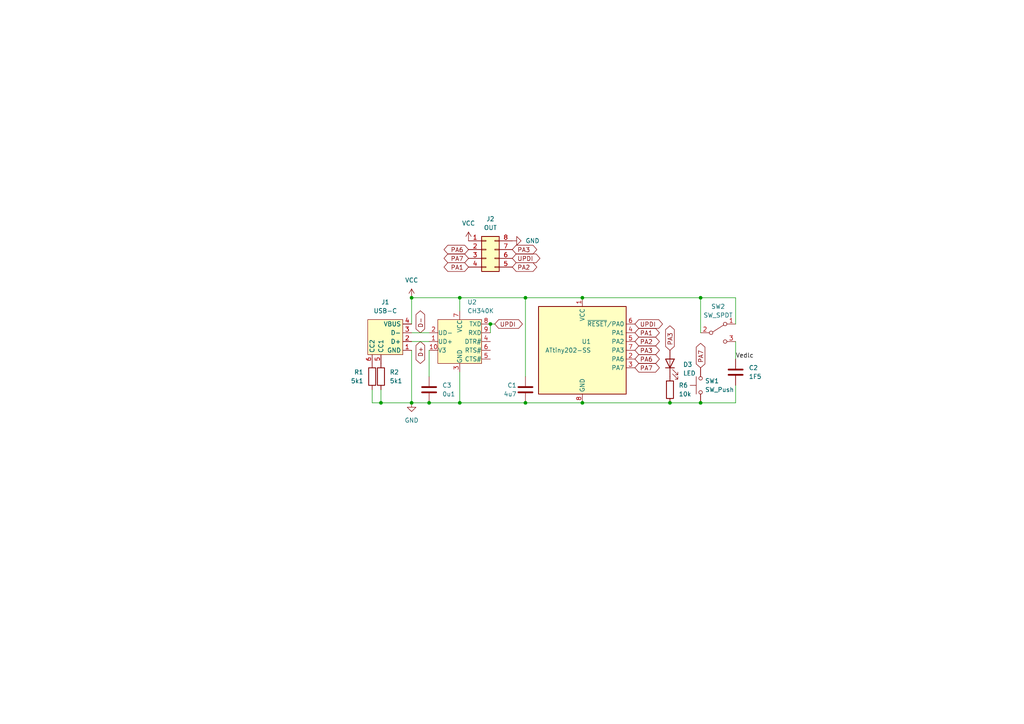
<source format=kicad_sch>
(kicad_sch (version 20230121) (generator eeschema)
  (paper "A4")
  (lib_symbols
    (symbol "Connector_Generic:Conn_02x04_Counter_Clockwise" (pin_names (offset 1.016) hide)
      (property "Reference" "J" (at 1.27 5.08 0))
      (property "Value" "Conn_02x04_Counter_Clockwise" (at 1.27 -7.62 0))
      (symbol "Conn_02x04_Counter_Clockwise_1_1"
        (rectangle (start -1.27 -4.953) (end 0 -5.207) (stroke (width 0.1524)))
        (rectangle (start -1.27 -2.413) (end 0 -2.667) (stroke (width 0.1524)))
        (rectangle (start -1.27 0.127) (end 0 -0.127) (stroke (width 0.1524)))
        (rectangle (start -1.27 2.667) (end 0 2.413) (stroke (width 0.1524)))
        (rectangle (start -1.27 3.81) (end 3.81 -6.35) (stroke (width 0.254)) (fill (type background)))
        (rectangle (start 3.81 -4.953) (end 2.54 -5.207) (stroke (width 0.1524)))
        (rectangle (start 3.81 -2.413) (end 2.54 -2.667) (stroke (width 0.1524)))
        (rectangle (start 3.81 0.127) (end 2.54 -0.127) (stroke (width 0.1524)))
        (rectangle (start 3.81 2.667) (end 2.54 2.413) (stroke (width 0.1524)))
        (pin passive line (at -5.08 2.54 0) (length 3.81) (name "Pin_1") (number "1"))
        (pin passive line (at -5.08 0 0) (length 3.81) (name "Pin_2") (number "2"))
        (pin passive line (at -5.08 -2.54 0) (length 3.81) (name "Pin_3") (number "3"))
        (pin passive line (at -5.08 -5.08 0) (length 3.81) (name "Pin_4") (number "4"))
        (pin passive line (at 7.62 -5.08 180) (length 3.81) (name "Pin_5") (number "5"))
        (pin passive line (at 7.62 -2.54 180) (length 3.81) (name "Pin_6") (number "6"))
        (pin passive line (at 7.62 0 180) (length 3.81) (name "Pin_7") (number "7"))
        (pin passive line (at 7.62 2.54 180) (length 3.81) (name "Pin_8") (number "8"))
      )
    )
    (symbol "Device:C" (pin_numbers hide) (pin_names (offset 0.254))
      (property "Reference" "C" (at 0.635 2.54 0))
      (property "Value" "C" (at 0.635 -2.54 0))
      (symbol "C_0_1"
        (polyline (pts (xy -2.032 -0.762) (xy 2.032 -0.762)) (stroke (width 0.508)))
        (polyline (pts (xy -2.032 0.762) (xy 2.032 0.762)) (stroke (width 0.508)))
      )
      (symbol "C_1_1"
        (pin passive line (at 0 3.81 270) (length 2.794) (name "~") (number "1"))
        (pin passive line (at 0 -3.81 90) (length 2.794) (name "~") (number "2"))
      )
    )
    (symbol "Device:LED" (pin_numbers hide) (pin_names (offset 1.016) hide)
      (property "Reference" "D" (at 0 2.54 0))
      (property "Value" "LED" (at 0 -2.54 0))
      (symbol "LED_0_1"
        (polyline (pts (xy -1.27 -1.27) (xy -1.27 1.27)) (stroke (width 0.254)))
        (polyline (pts (xy -1.27 0) (xy 1.27 0)))
        (polyline (pts (xy 1.27 -1.27) (xy 1.27 1.27) (xy -1.27 0) (xy 1.27 -1.27)) (stroke (width 0.254)))
        (polyline (pts (xy -3.048 -0.762) (xy -4.572 -2.286) (xy -3.81 -2.286) (xy -4.572 -2.286) (xy -4.572 -1.524)))
        (polyline (pts (xy -1.778 -0.762) (xy -3.302 -2.286) (xy -2.54 -2.286) (xy -3.302 -2.286) (xy -3.302 -1.524)))
      )
      (symbol "LED_1_1"
        (pin passive line (at -3.81 0 0) (length 2.54) (name "K") (number "1"))
        (pin passive line (at 3.81 0 180) (length 2.54) (name "A") (number "2"))
      )
    )
    (symbol "Device:R" (pin_numbers hide) (pin_names (offset 0))
      (property "Reference" "R" (at 2.032 0 90))
      (property "Value" "R" (at 0 0 90))
      (symbol "R_0_1"
        (rectangle (start -1.016 -2.54) (end 1.016 2.54) (stroke (width 0.254)))
      )
      (symbol "R_1_1"
        (pin passive line (at 0 3.81 270) (length 1.27) (name "~") (number "1"))
        (pin passive line (at 0 -3.81 90) (length 1.27) (name "~") (number "2"))
      )
    )
    (symbol "Library:CH340K" (pin_names (offset 0.002))
      (property "Reference" "U" (at 5.08 10.16 0))
      (property "Value" "CH340K" (at 5.08 7.62 0))
      (symbol "CH340K_1_1"
        (rectangle (start -6.35 6.35) (end 6.35 -6.35) (fill (type background)))
        (pin bidirectional line (at -8.89 0 0) (length 2.54) (name "UD+") (number "1"))
        (pin power_out line (at -8.89 -2.54 0) (length 2.54) (name "V3") (number "10"))
        (pin bidirectional line (at -8.89 2.54 0) (length 2.54) (name "UD-") (number "2"))
        (pin power_in line (at 0 -8.89 90) (length 2.54) (name "GND") (number "3"))
        (pin output line (at 8.89 0 180) (length 2.54) (name "DTR#") (number "4"))
        (pin input line (at 8.89 -5.08 180) (length 2.54) (name "CTS#") (number "5"))
        (pin output line (at 8.89 -2.54 180) (length 2.54) (name "RTS#") (number "6"))
        (pin power_in line (at 0 8.89 270) (length 2.54) (name "VCC") (number "7"))
        (pin output line (at 8.89 5.08 180) (length 2.54) (name "TXD") (number "8"))
        (pin input line (at 8.89 2.54 180) (length 2.54) (name "RXD") (number "9"))
      )
    )
    (symbol "Library:USB-C"
      (property "Reference" "J2" (at 0 6.35 0))
      (property "Value" "USB-C" (at 7.62 0 0))
      (symbol "USB-C_1_1"
        (rectangle (start -5.08 5.08) (end 5.08 -5.08) (fill (type background)))
        (pin power_in line (at 7.62 -3.81 180) (length 2.54) (name "GND") (number "1"))
        (pin bidirectional line (at 7.62 -1.27 180) (length 2.54) (name "D+") (number "2"))
        (pin bidirectional line (at 7.62 1.27 180) (length 2.54) (name "D-") (number "3"))
        (pin power_in line (at 7.62 3.81 180) (length 2.54) (name "VBUS") (number "4"))
        (pin bidirectional line (at -1.27 -7.62 90) (length 2.54) (name "CC1") (number "5"))
        (pin bidirectional line (at -3.81 -7.62 90) (length 2.54) (name "CC2") (number "6"))
      )
    )
    (symbol "MCU_Microchip_ATtiny:ATtiny202-SS"
      (property "Reference" "U" (at -12.7 13.97 0))
      (property "Value" "ATtiny202-SS" (at 2.54 -13.97 0))
      (symbol "ATtiny202-SS_0_1"
        (rectangle (start -12.7 -12.7) (end 12.7 12.7) (stroke (width 0.254)) (fill (type background)))
      )
      (symbol "ATtiny202-SS_1_1"
        (pin power_in line (at 0 15.24 270) (length 2.54) (name "VCC") (number "1"))
        (pin bidirectional line (at 15.24 -2.54 180) (length 2.54) (name "PA6") (number "2"))
        (pin bidirectional line (at 15.24 -5.08 180) (length 2.54) (name "PA7") (number "3"))
        (pin bidirectional line (at 15.24 5.08 180) (length 2.54) (name "PA1") (number "4"))
        (pin bidirectional line (at 15.24 2.54 180) (length 2.54) (name "PA2") (number "5"))
        (pin bidirectional line (at 15.24 7.62 180) (length 2.54) (name "~{RESET}/PA0") (number "6"))
        (pin bidirectional line (at 15.24 0 180) (length 2.54) (name "PA3") (number "7"))
        (pin power_in line (at 0 -15.24 90) (length 2.54) (name "GND") (number "8"))
      )
    )
    (symbol "Switch:SW_Push" (pin_numbers hide) (pin_names (offset 1.016) hide)
      (property "Reference" "SW" (at 1.27 2.54 0))
      (property "Value" "SW_Push" (at 0 -1.524 0))
      (symbol "SW_Push_0_1"
        (circle (center -2.032 0) (radius 0.508))
        (polyline (pts (xy 0 1.27) (xy 0 3.048)))
        (polyline (pts (xy 2.54 1.27) (xy -2.54 1.27)))
        (circle (center 2.032 0) (radius 0.508))
        (pin passive line (at -5.08 0 0) (length 2.54) (name "1") (number "1"))
        (pin passive line (at 5.08 0 180) (length 2.54) (name "2") (number "2"))
      )
    )
    (symbol "Switch:SW_SPDT" (pin_names (offset 0) hide)
      (property "Reference" "SW" (at 0 4.318 0))
      (property "Value" "SW_SPDT" (at 0 -5.08 0))
      (symbol "SW_SPDT_0_0"
        (circle (center -2.032 0) (radius 0.508))
        (circle (center 2.032 -2.54) (radius 0.508))
      )
      (symbol "SW_SPDT_0_1"
        (polyline (pts (xy -1.524 0.254) (xy 1.651 2.286)))
        (circle (center 2.032 2.54) (radius 0.508))
      )
      (symbol "SW_SPDT_1_1"
        (pin passive line (at 5.08 2.54 180) (length 2.54) (name "A") (number "1"))
        (pin passive line (at -5.08 0 0) (length 2.54) (name "B") (number "2"))
        (pin passive line (at 5.08 -2.54 180) (length 2.54) (name "C") (number "3"))
      )
    )
    (symbol "power:GND" (power) (pin_names (offset 0))
      (property "Value" "GND" (at 0 -3.81 0))
      (symbol "GND_0_1"
        (polyline (pts (xy 0 0) (xy 0 -1.27) (xy 1.27 -1.27) (xy 0 -2.54) (xy -1.27 -1.27) (xy 0 -1.27)))
      )
      (symbol "GND_1_1"
        (pin power_in line (at 0 0 270) (length 0) hide (name "GND") (number "1"))
      )
    )
    (symbol "power:VCC" (power) (pin_names (offset 0))
      (property "Value" "VCC" (at 0 3.81 0))
      (symbol "VCC_0_1"
        (polyline (pts (xy -0.762 1.27) (xy 0 2.54)))
        (polyline (pts (xy 0 0) (xy 0 2.54)))
        (polyline (pts (xy 0 2.54) (xy 0.762 1.27)))
      )
      (symbol "VCC_1_1"
        (pin power_in line (at 0 0 90) (length 0) hide (name "VCC") (number "1"))
      )
    )
  )
  (junction (at 168.91 116.84))
  (junction (at 203.2 86.36))
  (junction (at 119.38 86.36))
  (junction (at 142.24 93.98))
  (junction (at 119.38 116.84))
  (junction (at 110.49 116.84))
  (junction (at 133.35 86.36))
  (junction (at 133.35 116.84))
  (junction (at 194.31 116.84))
  (junction (at 152.4 86.36))
  (junction (at 168.91 86.36))
  (junction (at 152.4 116.84))
  (junction (at 203.2 116.84))
  (junction (at 124.46 116.84))
  (wire (pts (xy 213.36 99.06) (xy 213.36 104.14)))
  (wire (pts (xy 124.46 101.6) (xy 124.46 109.22)))
  (wire (pts (xy 142.24 93.98) (xy 142.24 96.52)))
  (wire (pts (xy 133.35 86.36) (xy 133.35 90.17)))
  (wire (pts (xy 152.4 86.36) (xy 168.91 86.36)))
  (wire (pts (xy 110.49 116.84) (xy 119.38 116.84)))
  (wire (pts (xy 213.36 116.84) (xy 203.2 116.84)))
  (wire (pts (xy 119.38 101.6) (xy 119.38 116.84)))
  (wire (pts (xy 152.4 109.22) (xy 152.4 86.36)))
  (wire (pts (xy 107.95 113.03) (xy 107.95 116.84)))
  (wire (pts (xy 194.31 116.84) (xy 203.2 116.84)))
  (wire (pts (xy 133.35 107.95) (xy 133.35 116.84)))
  (wire (pts (xy 213.36 111.76) (xy 213.36 116.84)))
  (wire (pts (xy 213.36 86.36) (xy 203.2 86.36)))
  (wire (pts (xy 133.35 86.36) (xy 152.4 86.36)))
  (wire (pts (xy 203.2 96.52) (xy 203.2 86.36)))
  (wire (pts (xy 142.24 93.98) (xy 143.51 93.98)))
  (wire (pts (xy 152.4 116.84) (xy 168.91 116.84)))
  (wire (pts (xy 119.38 86.36) (xy 133.35 86.36)))
  (wire (pts (xy 124.46 116.84) (xy 133.35 116.84)))
  (wire (pts (xy 168.91 116.84) (xy 194.31 116.84)))
  (wire (pts (xy 133.35 116.84) (xy 152.4 116.84)))
  (wire (pts (xy 213.36 93.98) (xy 213.36 86.36)))
  (wire (pts (xy 119.38 86.36) (xy 119.38 93.98)))
  (wire (pts (xy 168.91 86.36) (xy 203.2 86.36)))
  (wire (pts (xy 107.95 116.84) (xy 110.49 116.84)))
  (wire (pts (xy 119.38 96.52) (xy 124.46 96.52)))
  (wire (pts (xy 119.38 99.06) (xy 124.46 99.06)))
  (wire (pts (xy 119.38 116.84) (xy 124.46 116.84)))
  (wire (pts (xy 110.49 113.03) (xy 110.49 116.84)))
  (label "Vedlc" (at 213.36 104.14 0))
  (global_label "PA3" (shape bidirectional) (at 194.31 101.6 90) (property "Intersheetrefs" "${INTERSHEET_REFS}" (effects hide)))
  (global_label "UPDI" (shape bidirectional) (at 148.59 74.93 0) (property "Intersheetrefs" "${INTERSHEET_REFS}" (effects hide)))
  (global_label "PA7" (shape bidirectional) (at 135.89 74.93 180) (property "Intersheetrefs" "${INTERSHEET_REFS}" (effects hide)))
  (global_label "PA1" (shape bidirectional) (at 184.15 96.52 0) (property "Intersheetrefs" "${INTERSHEET_REFS}" (effects hide)))
  (global_label "D+" (shape bidirectional) (at 121.92 99.06 270) (property "Intersheetrefs" "${INTERSHEET_REFS}" (effects hide)))
  (global_label "PA6" (shape bidirectional) (at 184.15 104.14 0) (property "Intersheetrefs" "${INTERSHEET_REFS}" (effects hide)))
  (global_label "PA2" (shape bidirectional) (at 184.15 99.06 0) (property "Intersheetrefs" "${INTERSHEET_REFS}" (effects hide)))
  (global_label "PA7" (shape bidirectional) (at 203.2 106.68 90) (property "Intersheetrefs" "${INTERSHEET_REFS}" (effects hide)))
  (global_label "UPDI" (shape bidirectional) (at 184.15 93.98 0) (property "Intersheetrefs" "${INTERSHEET_REFS}" (effects hide)))
  (global_label "D-" (shape bidirectional) (at 121.92 96.52 90) (property "Intersheetrefs" "${INTERSHEET_REFS}" (effects hide)))
  (global_label "PA3" (shape bidirectional) (at 148.59 72.39 0) (property "Intersheetrefs" "${INTERSHEET_REFS}" (effects hide)))
  (global_label "PA6" (shape bidirectional) (at 135.89 72.39 180) (property "Intersheetrefs" "${INTERSHEET_REFS}" (effects hide)))
  (global_label "PA1" (shape bidirectional) (at 135.89 77.47 180) (property "Intersheetrefs" "${INTERSHEET_REFS}" (effects hide)))
  (global_label "UPDI" (shape bidirectional) (at 143.51 93.98 0) (property "Intersheetrefs" "${INTERSHEET_REFS}" (effects hide)))
  (global_label "PA2" (shape bidirectional) (at 148.59 77.47 0) (property "Intersheetrefs" "${INTERSHEET_REFS}" (effects hide)))
  (global_label "PA7" (shape bidirectional) (at 184.15 106.68 0) (property "Intersheetrefs" "${INTERSHEET_REFS}" (effects hide)))
  (global_label "PA3" (shape bidirectional) (at 184.15 101.6 0) (property "Intersheetrefs" "${INTERSHEET_REFS}" (effects hide)))
  (symbol (lib_id "power:GND") (at 148.59 69.85 90) (unit 1)
    (property "Reference" "#PWR03" (effects hide))
    (property "Value" "GND" (at 152.4 69.85 90) (effects (justify right)))
  )
  (symbol (lib_id "Device:C") (at 213.36 107.95 0) (unit 1)
    (property "Reference" "C2" (at 217.17 106.68 0) (effects (justify left)))
    (property "Value" "1F5" (at 217.17 109.22 0) (effects (justify left)))
    (property "Footprint" "Library:edlc" (effects hide))
  )
  (symbol (lib_id "Device:R") (at 110.49 109.22 0) (unit 1)
    (property "Reference" "R2" (at 113.03 107.95 0) (effects (justify left)))
    (property "Value" "5k1" (at 113.03 110.49 0) (effects (justify left)))
    (property "Footprint" "Resistor_SMD:R_0603_1608Metric" (effects hide))
  )
  (symbol (lib_id "Library:USB-C") (at 111.76 97.79 0) (unit 1)
    (property "Reference" "J1" (at 111.76 87.63 0))
    (property "Value" "USB-C" (at 111.76 90.17 0))
    (property "Footprint" "Library:USB-C" (effects hide))
  )
  (symbol (lib_id "power:GND") (at 119.38 116.84 0) (unit 1)
    (property "Reference" "#PWR02" (effects hide))
    (property "Value" "GND" (at 119.38 121.92 0))
  )
  (symbol (lib_id "Device:C") (at 152.4 113.03 0) (unit 1)
    (property "Reference" "C1" (at 149.86 111.76 0) (effects (justify right)))
    (property "Value" "4u7" (at 149.86 114.3 0) (effects (justify right)))
    (property "Footprint" "Capacitor_SMD:C_0603_1608Metric" (effects hide))
  )
  (symbol (lib_id "MCU_Microchip_ATtiny:ATtiny202-SS") (at 168.91 101.6 0) (unit 1)
    (property "Reference" "U1" (at 171.45 99.06 0) (effects (justify right)))
    (property "Value" "ATtiny202-SS" (at 171.45 101.6 0) (effects (justify right)))
    (property "Footprint" "Package_SO:SOIC-8_3.9x4.9mm_P1.27mm" (effects hide))
    (property "Datasheet" "http://ww1.microchip.com/downloads/en/DeviceDoc/ATtiny202-402-AVR-MCU-with-Core-Independent-Peripherals_and-picoPower-40001969A.pdf" (effects hide))
  )
  (symbol (lib_id "Device:LED") (at 194.31 105.41 90) (unit 1)
    (property "Reference" "D3" (at 198.12 105.7275 90) (effects (justify right)))
    (property "Value" "LED" (at 198.12 108.2675 90) (effects (justify right)))
    (property "Footprint" "LED_SMD:LED_0603_1608Metric" (effects hide))
  )
  (symbol (lib_id "Switch:SW_SPDT") (at 208.28 96.52 0) (unit 1)
    (property "Reference" "SW2" (at 208.28 88.9 0))
    (property "Value" "SW_SPDT" (at 208.28 91.44 0))
    (property "Footprint" "Library:sw" (effects hide))
  )
  (symbol (lib_id "Library:CH340K") (at 133.35 99.06 0) (unit 1)
    (property "Reference" "U2" (at 135.5441 87.63 0) (effects (justify left)))
    (property "Value" "CH340K" (at 135.5441 90.17 0) (effects (justify left)))
    (property "Footprint" "Package_SO:SSOP-10_3.9x4.9mm_P1.00mm" (effects hide))
  )
  (symbol (lib_id "Device:C") (at 124.46 113.03 0) (unit 1)
    (property "Reference" "C3" (at 128.27 111.76 0) (effects (justify left)))
    (property "Value" "0u1" (at 128.27 114.3 0) (effects (justify left)))
    (property "Footprint" "Capacitor_SMD:C_0603_1608Metric" (effects hide))
  )
  (symbol (lib_id "Switch:SW_Push") (at 203.2 111.76 90) (unit 1)
    (property "Reference" "SW1" (at 204.47 110.49 90) (effects (justify right)))
    (property "Value" "SW_Push" (at 204.47 113.03 90) (effects (justify right)))
    (property "Footprint" "Library:sw_push_smd" (effects hide))
  )
  (symbol (lib_id "Device:R") (at 107.95 109.22 0) (unit 1)
    (property "Reference" "R1" (at 105.41 107.95 0) (effects (justify right)))
    (property "Value" "5k1" (at 105.41 110.49 0) (effects (justify right)))
    (property "Footprint" "Resistor_SMD:R_0603_1608Metric" (effects hide))
  )
  (symbol (lib_id "power:VCC") (at 119.38 86.36 0) (unit 1)
    (property "Reference" "#PWR01" (effects hide))
    (property "Value" "VCC" (at 119.38 81.28 0))
  )
  (symbol (lib_id "Connector_Generic:Conn_02x04_Counter_Clockwise") (at 140.97 72.39 0) (unit 1)
    (property "Reference" "J2" (at 142.24 63.5 0))
    (property "Value" "OUT" (at 142.24 66.04 0))
    (property "Footprint" "Package_DIP:DIP-8_W7.62mm_Socket" (effects hide))
  )
  (symbol (lib_id "power:VCC") (at 135.89 69.85 0) (unit 1)
    (property "Reference" "#PWR04" (effects hide))
    (property "Value" "VCC" (at 135.89 64.77 0))
  )
  (symbol (lib_id "Device:R") (at 194.31 113.03 0) (unit 1)
    (property "Reference" "R6" (at 196.85 111.76 0) (effects (justify left)))
    (property "Value" "10k" (at 196.85 114.3 0) (effects (justify left)))
    (property "Footprint" "Resistor_SMD:R_0603_1608Metric" (effects hide))
  )
)
</source>
